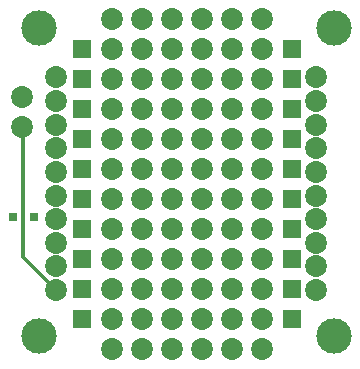
<source format=gbl>
%FSLAX34Y34*%
G04 Gerber Fmt 3.4, Leading zero omitted, Abs format*
G04 (created by PCBNEW (2013-11-13 BZR 4466)-product) date Fri 22 Nov 2013 08:51:14 EST*
%MOIN*%
G01*
G70*
G90*
G04 APERTURE LIST*
%ADD10C,0.005906*%
%ADD11R,0.060000X0.060000*%
%ADD12C,0.118110*%
%ADD13C,0.073200*%
%ADD14R,0.027559X0.027559*%
%ADD15C,0.012000*%
G04 APERTURE END LIST*
G54D10*
G54D11*
X2503Y6540D03*
X2503Y7540D03*
X2503Y8540D03*
X2503Y9540D03*
X2503Y10540D03*
X2503Y11540D03*
X2503Y12540D03*
X2503Y13540D03*
X2503Y14540D03*
X2503Y15540D03*
X9503Y6540D03*
X9503Y7540D03*
X9503Y8540D03*
X9503Y9540D03*
X9503Y10540D03*
X9503Y11540D03*
X9503Y12540D03*
X9503Y13540D03*
X9503Y14540D03*
X9503Y15540D03*
G54D12*
X1047Y16232D03*
X10889Y16232D03*
X1047Y5996D03*
X10889Y5996D03*
G54D13*
X1637Y14600D03*
X1637Y13813D03*
X1637Y13025D03*
X1637Y12238D03*
X1637Y11451D03*
X1637Y10663D03*
X1637Y9876D03*
X1637Y9088D03*
X1637Y8301D03*
X1637Y7514D03*
X10299Y7514D03*
X10299Y8301D03*
X10299Y9088D03*
X10299Y9876D03*
X10299Y10663D03*
X10299Y11451D03*
X10299Y12238D03*
X10299Y13025D03*
X10299Y13813D03*
X10299Y14600D03*
X8503Y6540D03*
X7503Y6540D03*
X6503Y6540D03*
X6503Y7540D03*
X5503Y7540D03*
X5503Y6540D03*
X4503Y7540D03*
X3503Y7540D03*
X3503Y6540D03*
X4503Y6540D03*
X8503Y8540D03*
X7503Y8540D03*
X6503Y8540D03*
X5503Y8540D03*
X4503Y8540D03*
X3503Y8540D03*
X8503Y9540D03*
X5503Y9540D03*
X8503Y11540D03*
X3503Y12540D03*
X5503Y11540D03*
X4503Y11540D03*
X5503Y12540D03*
X4503Y12540D03*
X4503Y9540D03*
X7503Y11540D03*
X6503Y11540D03*
X7503Y9540D03*
X3503Y11540D03*
X6503Y9540D03*
X3503Y9540D03*
X8503Y10540D03*
X6503Y12540D03*
X6503Y10540D03*
X3503Y10540D03*
X7503Y10540D03*
X4503Y10540D03*
X8503Y7540D03*
X7503Y7540D03*
X5503Y10540D03*
X7503Y12540D03*
X4503Y14540D03*
X7503Y15540D03*
X5503Y15540D03*
X3503Y15540D03*
X3503Y14540D03*
X3503Y13540D03*
X8503Y12540D03*
X5503Y14540D03*
X8503Y15540D03*
X4503Y15540D03*
X6503Y14540D03*
X7503Y14540D03*
X4503Y13540D03*
X8503Y14540D03*
X8503Y13540D03*
X6503Y15540D03*
X6503Y13540D03*
X5503Y13540D03*
X7503Y13540D03*
G54D14*
X185Y9948D03*
X893Y9952D03*
G54D13*
X503Y13940D03*
X503Y12940D03*
X8503Y5540D03*
X4503Y5540D03*
X3503Y5540D03*
X7503Y5540D03*
X6503Y5540D03*
X5503Y5540D03*
X5503Y16540D03*
X4503Y16540D03*
X8503Y16540D03*
X7503Y16540D03*
X6503Y16540D03*
X3503Y16540D03*
G54D15*
X503Y12940D02*
X535Y12909D01*
X535Y8616D02*
X1637Y7514D01*
X535Y12909D02*
X535Y8616D01*
M02*

</source>
